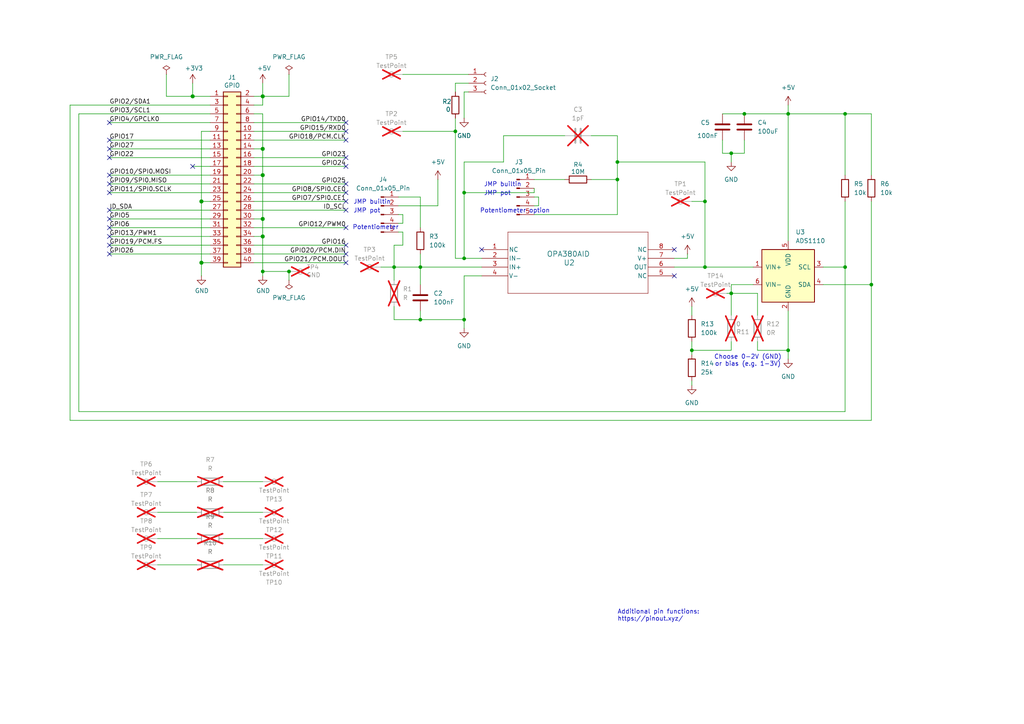
<source format=kicad_sch>
(kicad_sch (version 20250114) (generator "eeschema") (generator_version "9.0")
  (paper "A4")
  (title_block (date "15 nov 2012"))
  (lib_symbols
    (symbol "Analog_ADC:ADS1110" (pin_names (offset 1.016))
      (property "Reference" "U" (at -7.62 8.89 0))
      (property "Value" "ADS1110" (at 1.27 8.89 0))
      (symbol "ADS1110_0_1"
        (rectangle (start -7.62 7.62) (end 7.62 -7.62) (stroke (width 0.254)) (fill (type background)))
      )
      (symbol "ADS1110_1_1"
        (pin input line (at -10.16 2.54 0) (length 2.54) (name "VIN+") (number "1"))
        (pin input line (at -10.16 -2.54 0) (length 2.54) (name "VIN-") (number "6"))
        (pin power_in line (at 0 10.16 270) (length 2.54) (name "VDD") (number "5"))
        (pin power_in line (at 0 -10.16 90) (length 2.54) (name "GND") (number "2"))
        (pin input line (at 10.16 2.54 180) (length 2.54) (name "SCL") (number "3"))
        (pin bidirectional line (at 10.16 -2.54 180) (length 2.54) (name "SDA") (number "4"))
      )
    )
    (symbol "Connector:Conn_01x03_Socket" (pin_names (offset 1.016) (hide yes))
      (property "Reference" "J" (at 0 5.08 0))
      (property "Value" "Conn_01x03_Socket" (at 0 -5.08 0))
      (symbol "Conn_01x03_Socket_1_1"
        (polyline (pts (xy -1.27 2.54) (xy -0.508 2.54)) (stroke (width 0.1524)))
        (polyline (pts (xy -1.27 0) (xy -0.508 0)) (stroke (width 0.1524)))
        (polyline (pts (xy -1.27 -2.54) (xy -0.508 -2.54)) (stroke (width 0.1524)))
        (arc (start 0 2.032) (mid -0.5058 2.54) (end 0 3.048) (stroke (width 0.1524)))
        (arc (start 0 -0.508) (mid -0.5058 0) (end 0 0.508) (stroke (width 0.1524)))
        (arc (start 0 -3.048) (mid -0.5058 -2.54) (end 0 -2.032) (stroke (width 0.1524)))
        (pin passive line (at -5.08 2.54 0) (length 3.81) (name "Pin_1") (number "1"))
        (pin passive line (at -5.08 0 0) (length 3.81) (name "Pin_2") (number "2"))
        (pin passive line (at -5.08 -2.54 0) (length 3.81) (name "Pin_3") (number "3"))
      )
    )
    (symbol "Connector:Conn_01x05_Pin" (pin_names (offset 1.016) (hide yes))
      (property "Reference" "J" (at 0 7.62 0))
      (property "Value" "Conn_01x05_Pin" (at 0 -7.62 0))
      (symbol "Conn_01x05_Pin_1_1"
        (rectangle (start 0.8636 5.207) (end 0 4.953) (stroke (width 0.1524)) (fill (type outline)))
        (rectangle (start 0.8636 2.667) (end 0 2.413) (stroke (width 0.1524)) (fill (type outline)))
        (rectangle (start 0.8636 0.127) (end 0 -0.127) (stroke (width 0.1524)) (fill (type outline)))
        (rectangle (start 0.8636 -2.413) (end 0 -2.667) (stroke (width 0.1524)) (fill (type outline)))
        (rectangle (start 0.8636 -4.953) (end 0 -5.207) (stroke (width 0.1524)) (fill (type outline)))
        (polyline (pts (xy 1.27 5.08) (xy 0.8636 5.08)) (stroke (width 0.1524)))
        (polyline (pts (xy 1.27 2.54) (xy 0.8636 2.54)) (stroke (width 0.1524)))
        (polyline (pts (xy 1.27 0) (xy 0.8636 0)) (stroke (width 0.1524)))
        (polyline (pts (xy 1.27 -2.54) (xy 0.8636 -2.54)) (stroke (width 0.1524)))
        (polyline (pts (xy 1.27 -5.08) (xy 0.8636 -5.08)) (stroke (width 0.1524)))
        (pin passive line (at 5.08 5.08 180) (length 3.81) (name "Pin_1") (number "1"))
        (pin passive line (at 5.08 2.54 180) (length 3.81) (name "Pin_2") (number "2"))
        (pin passive line (at 5.08 0 180) (length 3.81) (name "Pin_3") (number "3"))
        (pin passive line (at 5.08 -2.54 180) (length 3.81) (name "Pin_4") (number "4"))
        (pin passive line (at 5.08 -5.08 180) (length 3.81) (name "Pin_5") (number "5"))
      )
    )
    (symbol "Connector:TestPoint" (pin_numbers (hide yes)) (pin_names (offset 0.762) (hide yes))
      (property "Reference" "TP" (at 0 6.858 0))
      (property "Value" "TestPoint" (at 0 5.08 0))
      (symbol "TestPoint_0_1"
        (circle (center 0 3.302) (radius 0.762))
      )
      (symbol "TestPoint_1_1"
        (pin passive line (at 0 0 90) (length 2.54) (name "1") (number "1"))
      )
    )
    (symbol "Connector_Generic:Conn_02x20_Odd_Even" (pin_names (offset 1.016) (hide yes))
      (property "Reference" "J" (at 1.27 25.4 0))
      (property "Value" "Conn_02x20_Odd_Even" (at 1.27 -27.94 0))
      (symbol "Conn_02x20_Odd_Even_1_1"
        (rectangle (start -1.27 24.13) (end 3.81 -26.67) (stroke (width 0.254)) (fill (type background)))
        (rectangle (start -1.27 22.987) (end 0 22.733) (stroke (width 0.1524)))
        (rectangle (start -1.27 20.447) (end 0 20.193) (stroke (width 0.1524)))
        (rectangle (start -1.27 17.907) (end 0 17.653) (stroke (width 0.1524)))
        (rectangle (start -1.27 15.367) (end 0 15.113) (stroke (width 0.1524)))
        (rectangle (start -1.27 12.827) (end 0 12.573) (stroke (width 0.1524)))
        (rectangle (start -1.27 10.287) (end 0 10.033) (stroke (width 0.1524)))
        (rectangle (start -1.27 7.747) (end 0 7.493) (stroke (width 0.1524)))
        (rectangle (start -1.27 5.207) (end 0 4.953) (stroke (width 0.1524)))
        (rectangle (start -1.27 2.667) (end 0 2.413) (stroke (width 0.1524)))
        (rectangle (start -1.27 0.127) (end 0 -0.127) (stroke (width 0.1524)))
        (rectangle (start -1.27 -2.413) (end 0 -2.667) (stroke (width 0.1524)))
        (rectangle (start -1.27 -4.953) (end 0 -5.207) (stroke (width 0.1524)))
        (rectangle (start -1.27 -7.493) (end 0 -7.747) (stroke (width 0.1524)))
        (rectangle (start -1.27 -10.033) (end 0 -10.287) (stroke (width 0.1524)))
        (rectangle (start -1.27 -12.573) (end 0 -12.827) (stroke (width 0.1524)))
        (rectangle (start -1.27 -15.113) (end 0 -15.367) (stroke (width 0.1524)))
        (rectangle (start -1.27 -17.653) (end 0 -17.907) (stroke (width 0.1524)))
        (rectangle (start -1.27 -20.193) (end 0 -20.447) (stroke (width 0.1524)))
        (rectangle (start -1.27 -22.733) (end 0 -22.987) (stroke (width 0.1524)))
        (rectangle (start -1.27 -25.273) (end 0 -25.527) (stroke (width 0.1524)))
        (rectangle (start 3.81 22.987) (end 2.54 22.733) (stroke (width 0.1524)))
        (rectangle (start 3.81 20.447) (end 2.54 20.193) (stroke (width 0.1524)))
        (rectangle (start 3.81 17.907) (end 2.54 17.653) (stroke (width 0.1524)))
        (rectangle (start 3.81 15.367) (end 2.54 15.113) (stroke (width 0.1524)))
        (rectangle (start 3.81 12.827) (end 2.54 12.573) (stroke (width 0.1524)))
        (rectangle (start 3.81 10.287) (end 2.54 10.033) (stroke (width 0.1524)))
        (rectangle (start 3.81 7.747) (end 2.54 7.493) (stroke (width 0.1524)))
        (rectangle (start 3.81 5.207) (end 2.54 4.953) (stroke (width 0.1524)))
        (rectangle (start 3.81 2.667) (end 2.54 2.413) (stroke (width 0.1524)))
        (rectangle (start 3.81 0.127) (end 2.54 -0.127) (stroke (width 0.1524)))
        (rectangle (start 3.81 -2.413) (end 2.54 -2.667) (stroke (width 0.1524)))
        (rectangle (start 3.81 -4.953) (end 2.54 -5.207) (stroke (width 0.1524)))
        (rectangle (start 3.81 -7.493) (end 2.54 -7.747) (stroke (width 0.1524)))
        (rectangle (start 3.81 -10.033) (end 2.54 -10.287) (stroke (width 0.1524)))
        (rectangle (start 3.81 -12.573) (end 2.54 -12.827) (stroke (width 0.1524)))
        (rectangle (start 3.81 -15.113) (end 2.54 -15.367) (stroke (width 0.1524)))
        (rectangle (start 3.81 -17.653) (end 2.54 -17.907) (stroke (width 0.1524)))
        (rectangle (start 3.81 -20.193) (end 2.54 -20.447) (stroke (width 0.1524)))
        (rectangle (start 3.81 -22.733) (end 2.54 -22.987) (stroke (width 0.1524)))
        (rectangle (start 3.81 -25.273) (end 2.54 -25.527) (stroke (width 0.1524)))
        (pin passive line (at -5.08 22.86 0) (length 3.81) (name "Pin_1") (number "1"))
        (pin passive line (at -5.08 20.32 0) (length 3.81) (name "Pin_3") (number "3"))
        (pin passive line (at -5.08 17.78 0) (length 3.81) (name "Pin_5") (number "5"))
        (pin passive line (at -5.08 15.24 0) (length 3.81) (name "Pin_7") (number "7"))
        (pin passive line (at -5.08 12.7 0) (length 3.81) (name "Pin_9") (number "9"))
        (pin passive line (at -5.08 10.16 0) (length 3.81) (name "Pin_11") (number "11"))
        (pin passive line (at -5.08 7.62 0) (length 3.81) (name "Pin_13") (number "13"))
        (pin passive line (at -5.08 5.08 0) (length 3.81) (name "Pin_15") (number "15"))
        (pin passive line (at -5.08 2.54 0) (length 3.81) (name "Pin_17") (number "17"))
        (pin passive line (at -5.08 0 0) (length 3.81) (name "Pin_19") (number "19"))
        (pin passive line (at -5.08 -2.54 0) (length 3.81) (name "Pin_21") (number "21"))
        (pin passive line (at -5.08 -5.08 0) (length 3.81) (name "Pin_23") (number "23"))
        (pin passive line (at -5.08 -7.62 0) (length 3.81) (name "Pin_25") (number "25"))
        (pin passive line (at -5.08 -10.16 0) (length 3.81) (name "Pin_27") (number "27"))
        (pin passive line (at -5.08 -12.7 0) (length 3.81) (name "Pin_29") (number "29"))
        (pin passive line (at -5.08 -15.24 0) (length 3.81) (name "Pin_31") (number "31"))
        (pin passive line (at -5.08 -17.78 0) (length 3.81) (name "Pin_33") (number "33"))
        (pin passive line (at -5.08 -20.32 0) (length 3.81) (name "Pin_35") (number "35"))
        (pin passive line (at -5.08 -22.86 0) (length 3.81) (name "Pin_37") (number "37"))
        (pin passive line (at -5.08 -25.4 0) (length 3.81) (name "Pin_39") (number "39"))
        (pin passive line (at 7.62 22.86 180) (length 3.81) (name "Pin_2") (number "2"))
        (pin passive line (at 7.62 20.32 180) (length 3.81) (name "Pin_4") (number "4"))
        (pin passive line (at 7.62 17.78 180) (length 3.81) (name "Pin_6") (number "6"))
        (pin passive line (at 7.62 15.24 180) (length 3.81) (name "Pin_8") (number "8"))
        (pin passive line (at 7.62 12.7 180) (length 3.81) (name "Pin_10") (number "10"))
        (pin passive line (at 7.62 10.16 180) (length 3.81) (name "Pin_12") (number "12"))
        (pin passive line (at 7.62 7.62 180) (length 3.81) (name "Pin_14") (number "14"))
        (pin passive line (at 7.62 5.08 180) (length 3.81) (name "Pin_16") (number "16"))
        (pin passive line (at 7.62 2.54 180) (length 3.81) (name "Pin_18") (number "18"))
        (pin passive line (at 7.62 0 180) (length 3.81) (name "Pin_20") (number "20"))
        (pin passive line (at 7.62 -2.54 180) (length 3.81) (name "Pin_22") (number "22"))
        (pin passive line (at 7.62 -5.08 180) (length 3.81) (name "Pin_24") (number "24"))
        (pin passive line (at 7.62 -7.62 180) (length 3.81) (name "Pin_26") (number "26"))
        (pin passive line (at 7.62 -10.16 180) (length 3.81) (name "Pin_28") (number "28"))
        (pin passive line (at 7.62 -12.7 180) (length 3.81) (name "Pin_30") (number "30"))
        (pin passive line (at 7.62 -15.24 180) (length 3.81) (name "Pin_32") (number "32"))
        (pin passive line (at 7.62 -17.78 180) (length 3.81) (name "Pin_34") (number "34"))
        (pin passive line (at 7.62 -20.32 180) (length 3.81) (name "Pin_36") (number "36"))
        (pin passive line (at 7.62 -22.86 180) (length 3.81) (name "Pin_38") (number "38"))
        (pin passive line (at 7.62 -25.4 180) (length 3.81) (name "Pin_40") (number "40"))
      )
    )
    (symbol "Device:C" (pin_numbers (hide yes)) (pin_names (offset 0.254))
      (property "Reference" "C" (at 0.635 2.54 0))
      (property "Value" "C" (at 0.635 -2.54 0))
      (symbol "C_0_1"
        (polyline (pts (xy -2.032 0.762) (xy 2.032 0.762)) (stroke (width 0.508)))
        (polyline (pts (xy -2.032 -0.762) (xy 2.032 -0.762)) (stroke (width 0.508)))
      )
      (symbol "C_1_1"
        (pin passive line (at 0 3.81 270) (length 2.794) (name "~") (number "1"))
        (pin passive line (at 0 -3.81 90) (length 2.794) (name "~") (number "2"))
      )
    )
    (symbol "Device:R" (pin_numbers (hide yes)) (pin_names (offset 0))
      (property "Reference" "R" (at 2.032 0 90))
      (property "Value" "R" (at 0 0 90))
      (symbol "R_0_1"
        (rectangle (start -1.016 -2.54) (end 1.016 2.54) (stroke (width 0.254)))
      )
      (symbol "R_1_1"
        (pin passive line (at 0 3.81 270) (length 1.27) (name "~") (number "1"))
        (pin passive line (at 0 -3.81 90) (length 1.27) (name "~") (number "2"))
      )
    )
    (symbol "OPA830:OPA380AID" (pin_names (offset 0.254))
      (property "Reference" "U" (at 27.94 10.16 0))
      (property "Value" "OPA380AID" (at 27.94 7.62 0))
      (symbol "OPA380AID_0_1"
        (polyline (pts (xy 7.62 5.08) (xy 7.62 -12.7)) (stroke (width 0.127)))
        (polyline (pts (xy 7.62 -12.7) (xy 48.26 -12.7)) (stroke (width 0.127)))
        (polyline (pts (xy 48.26 5.08) (xy 7.62 5.08)) (stroke (width 0.127)))
        (polyline (pts (xy 48.26 -12.7) (xy 48.26 5.08)) (stroke (width 0.127)))
        (pin unspecified line (at 0 0 0) (length 7.62) (name "NC") (number "1"))
        (pin input line (at 0 -2.54 0) (length 7.62) (name "IN-") (number "2"))
        (pin input line (at 0 -5.08 0) (length 7.62) (name "IN+") (number "3"))
        (pin power_in line (at 0 -7.62 0) (length 7.62) (name "V-") (number "4"))
        (pin unspecified line (at 55.88 0 180) (length 7.62) (name "NC") (number "8"))
        (pin power_in line (at 55.88 -2.54 180) (length 7.62) (name "V+") (number "7"))
        (pin output line (at 55.88 -5.08 180) (length 7.62) (name "OUT") (number "6"))
        (pin unspecified line (at 55.88 -7.62 180) (length 7.62) (name "NC") (number "5"))
      )
    )
    (symbol "power:+3.3V" (power) (pin_numbers (hide yes)) (pin_names (offset 0) (hide yes))
      (property "Value" "+3.3V" (at 0 3.556 0))
      (symbol "+3.3V_0_1"
        (polyline (pts (xy -0.762 1.27) (xy 0 2.54)))
        (polyline (pts (xy 0 2.54) (xy 0.762 1.27)))
        (polyline (pts (xy 0 0) (xy 0 2.54)))
      )
      (symbol "+3.3V_1_1"
        (pin power_in line (at 0 0 90) (length 0) (name "~") (number "1"))
      )
    )
    (symbol "power:+5V" (power) (pin_numbers (hide yes)) (pin_names (offset 0) (hide yes))
      (property "Value" "+5V" (at 0 3.556 0))
      (symbol "+5V_0_1"
        (polyline (pts (xy -0.762 1.27) (xy 0 2.54)))
        (polyline (pts (xy 0 2.54) (xy 0.762 1.27)))
        (polyline (pts (xy 0 0) (xy 0 2.54)))
      )
      (symbol "+5V_1_1"
        (pin power_in line (at 0 0 90) (length 0) (name "~") (number "1"))
      )
    )
    (symbol "power:GND" (power) (pin_numbers (hide yes)) (pin_names (offset 0) (hide yes))
      (property "Value" "GND" (at 0 -3.81 0))
      (symbol "GND_0_1"
        (polyline (pts (xy 0 0) (xy 0 -1.27) (xy 1.27 -1.27) (xy 0 -2.54) (xy -1.27 -1.27) (xy 0 -1.27)))
      )
      (symbol "GND_1_1"
        (pin power_in line (at 0 0 270) (length 0) (name "~") (number "1"))
      )
    )
    (symbol "power:PWR_FLAG" (power) (pin_numbers (hide yes)) (pin_names (offset 0) (hide yes))
      (property "Value" "PWR_FLAG" (at 0 3.81 0))
      (symbol "PWR_FLAG_0_0"
        (pin power_out line (at 0 0 90) (length 0) (name "~") (number "1"))
      )
      (symbol "PWR_FLAG_0_1"
        (polyline (pts (xy 0 0) (xy 0 1.27) (xy -1.016 1.905) (xy 0 2.54) (xy 1.016 1.905) (xy 0 1.27)))
      )
    )
  )
  (text "JMP pot" (at 106.426 61.214 0) (effects (font (size 1.27 1.27))))
  (text "Potentiometer" (at 108.966 66.04 0) (effects (font (size 1.27 1.27))))
  (text "Choose 0-2V (GND)\nor bias (e.g. 1-3V)" (at 216.916 104.648 0) (effects (font (size 1.27 1.27))))
  (text "Potentiometer option" (at 149.352 61.214 0) (effects (font (size 1.27 1.27))))
  (text "JMP pot" (at 144.272 56.134 0) (effects (font (size 1.27 1.27))))
  (text "JMP builtin" (at 145.796 53.594 0) (effects (font (size 1.27 1.27))))
  (text "Additional pin functions:\nhttps://pinout.xyz/" (at 179.07 180.34 0) (effects (font (size 1.27 1.27)) (justify left bottom)))
  (text "JMP builtin" (at 107.95 58.674 0) (effects (font (size 1.27 1.27))))
  (junction (at 245.11 77.47))
  (junction (at 76.2 63.5) (diameter 1.016))
  (junction (at 55.88 27.94) (diameter 1.016))
  (junction (at 200.66 101.6))
  (junction (at 228.6 33.02))
  (junction (at 76.2 68.58) (diameter 1.016))
  (junction (at 245.11 33.02))
  (junction (at 179.07 46.99))
  (junction (at 134.62 74.93))
  (junction (at 204.47 77.47))
  (junction (at 58.42 58.42) (diameter 1.016))
  (junction (at 134.62 92.71))
  (junction (at 252.73 82.55))
  (junction (at 212.09 85.09))
  (junction (at 132.08 38.1))
  (junction (at 76.2 50.8) (diameter 1.016))
  (junction (at 121.92 92.71))
  (junction (at 204.47 58.42))
  (junction (at 76.2 43.18) (diameter 1.016))
  (junction (at 134.62 55.88))
  (junction (at 179.07 52.07))
  (junction (at 215.9 33.02))
  (junction (at 212.09 44.45))
  (junction (at 76.2 78.74))
  (junction (at 83.82 78.74))
  (junction (at 114.3 77.47))
  (junction (at 58.42 76.2) (diameter 1.016))
  (junction (at 121.92 77.47))
  (junction (at 76.2 27.94) (diameter 1.016))
  (junction (at 228.6 101.6))
  (no_connect (at 100.33 40.64))
  (no_connect (at 31.75 45.72))
  (no_connect (at 100.33 35.56))
  (no_connect (at 139.7 72.39))
  (no_connect (at 100.33 76.2))
  (no_connect (at 31.75 35.56))
  (no_connect (at 100.33 73.66))
  (no_connect (at 195.58 80.01))
  (no_connect (at 31.75 73.66))
  (no_connect (at 100.33 45.72))
  (no_connect (at 31.75 50.8))
  (no_connect (at 31.75 53.34))
  (no_connect (at 31.75 60.96))
  (no_connect (at 100.33 38.1))
  (no_connect (at 31.75 63.5))
  (no_connect (at 100.33 48.26))
  (no_connect (at 31.75 55.88))
  (no_connect (at 100.33 53.34))
  (no_connect (at 100.33 60.96))
  (no_connect (at 31.75 68.58))
  (no_connect (at 31.75 66.04))
  (no_connect (at 100.33 55.88))
  (no_connect (at 195.58 72.39))
  (no_connect (at 100.33 66.04))
  (no_connect (at 100.33 58.42))
  (no_connect (at 31.75 43.18))
  (no_connect (at 31.75 71.12))
  (no_connect (at 100.33 71.12))
  (no_connect (at 31.75 40.64))
  (no_connect (at 55.88 48.26))
  (wire (pts (xy 58.42 58.42) (xy 58.42 76.2)))
  (wire (pts (xy 73.66 58.42) (xy 100.33 58.42)))
  (wire (pts (xy 83.82 78.74) (xy 83.82 81.28)))
  (wire (pts (xy 132.08 24.13) (xy 132.08 26.67)))
  (wire (pts (xy 60.96 40.64) (xy 31.75 40.64)))
  (wire (pts (xy 200.66 88.9) (xy 200.66 91.44)))
  (wire (pts (xy 245.11 58.42) (xy 245.11 77.47)))
  (wire (pts (xy 179.07 39.37) (xy 179.07 46.99)))
  (wire (pts (xy 212.09 82.55) (xy 212.09 85.09)))
  (wire (pts (xy 76.2 33.02) (xy 76.2 43.18)))
  (wire (pts (xy 116.84 67.31) (xy 115.57 67.31)))
  (wire (pts (xy 76.2 50.8) (xy 73.66 50.8)))
  (wire (pts (xy 20.32 30.48) (xy 60.96 30.48)))
  (wire (pts (xy 45.72 163.83) (xy 57.15 163.83)))
  (wire (pts (xy 64.77 139.7) (xy 76.2 139.7)))
  (wire (pts (xy 76.2 63.5) (xy 76.2 68.58)))
  (wire (pts (xy 215.9 33.02) (xy 209.55 33.02)))
  (wire (pts (xy 156.21 57.15) (xy 156.21 59.69)))
  (wire (pts (xy 209.55 44.45) (xy 212.09 44.45)))
  (wire (pts (xy 134.62 92.71) (xy 134.62 95.25)))
  (wire (pts (xy 132.08 24.13) (xy 135.89 24.13)))
  (wire (pts (xy 200.66 99.06) (xy 200.66 101.6)))
  (wire (pts (xy 210.82 85.09) (xy 212.09 85.09)))
  (wire (pts (xy 76.2 50.8) (xy 76.2 63.5)))
  (wire (pts (xy 22.86 33.02) (xy 22.86 119.38)))
  (wire (pts (xy 73.66 35.56) (xy 100.33 35.56)))
  (wire (pts (xy 121.92 57.15) (xy 121.92 66.04)))
  (wire (pts (xy 76.2 27.94) (xy 83.82 27.94)))
  (wire (pts (xy 58.42 38.1) (xy 58.42 58.42)))
  (wire (pts (xy 200.66 58.42) (xy 204.47 58.42)))
  (wire (pts (xy 134.62 55.88) (xy 154.94 55.88)))
  (wire (pts (xy 114.3 92.71) (xy 121.92 92.71)))
  (wire (pts (xy 154.94 52.07) (xy 163.83 52.07)))
  (wire (pts (xy 121.92 57.15) (xy 115.57 57.15)))
  (wire (pts (xy 212.09 99.06) (xy 212.09 101.6)))
  (wire (pts (xy 121.92 77.47) (xy 139.7 77.47)))
  (wire (pts (xy 212.09 85.09) (xy 212.09 91.44)))
  (wire (pts (xy 228.6 33.02) (xy 228.6 69.85)))
  (wire (pts (xy 58.42 38.1) (xy 60.96 38.1)))
  (wire (pts (xy 204.47 58.42) (xy 204.47 46.99)))
  (wire (pts (xy 115.57 59.69) (xy 127 59.69)))
  (wire (pts (xy 73.66 55.88) (xy 100.33 55.88)))
  (wire (pts (xy 60.96 60.96) (xy 31.75 60.96)))
  (wire (pts (xy 31.75 63.5) (xy 60.96 63.5)))
  (wire (pts (xy 132.08 74.93) (xy 134.62 74.93)))
  (wire (pts (xy 204.47 77.47) (xy 195.58 77.47)))
  (wire (pts (xy 134.62 55.88) (xy 134.62 74.93)))
  (wire (pts (xy 200.66 101.6) (xy 200.66 102.87)))
  (wire (pts (xy 134.62 26.67) (xy 135.89 26.67)))
  (wire (pts (xy 45.72 148.59) (xy 57.15 148.59)))
  (wire (pts (xy 58.42 58.42) (xy 60.96 58.42)))
  (wire (pts (xy 132.08 34.29) (xy 132.08 38.1)))
  (wire (pts (xy 154.94 59.69) (xy 156.21 59.69)))
  (wire (pts (xy 212.09 44.45) (xy 212.09 46.99)))
  (wire (pts (xy 121.92 77.47) (xy 121.92 82.55)))
  (wire (pts (xy 73.66 45.72) (xy 100.33 45.72)))
  (wire (pts (xy 121.92 90.17) (xy 121.92 92.71)))
  (wire (pts (xy 215.9 33.02) (xy 228.6 33.02)))
  (wire (pts (xy 73.66 76.2) (xy 100.33 76.2)))
  (wire (pts (xy 58.42 76.2) (xy 58.42 80.01)))
  (wire (pts (xy 31.75 43.18) (xy 60.96 43.18)))
  (wire (pts (xy 64.77 163.83) (xy 76.2 163.83)))
  (wire (pts (xy 55.88 24.13) (xy 55.88 27.94)))
  (wire (pts (xy 48.26 27.94) (xy 55.88 27.94)))
  (wire (pts (xy 48.26 21.59) (xy 48.26 27.94)))
  (wire (pts (xy 146.05 39.37) (xy 146.05 46.99)))
  (wire (pts (xy 219.71 91.44) (xy 219.71 85.09)))
  (wire (pts (xy 110.49 77.47) (xy 114.3 77.47)))
  (wire (pts (xy 76.2 68.58) (xy 73.66 68.58)))
  (wire (pts (xy 116.84 21.59) (xy 135.89 21.59)))
  (wire (pts (xy 219.71 101.6) (xy 228.6 101.6)))
  (wire (pts (xy 31.75 55.88) (xy 60.96 55.88)))
  (wire (pts (xy 204.47 58.42) (xy 204.47 77.47)))
  (wire (pts (xy 116.84 62.23) (xy 116.84 64.77)))
  (wire (pts (xy 55.88 48.26) (xy 60.96 48.26)))
  (wire (pts (xy 252.73 121.92) (xy 20.32 121.92)))
  (wire (pts (xy 76.2 27.94) (xy 76.2 30.48)))
  (wire (pts (xy 212.09 82.55) (xy 218.44 82.55)))
  (wire (pts (xy 154.94 55.88) (xy 154.94 54.61)))
  (wire (pts (xy 238.76 82.55) (xy 252.73 82.55)))
  (wire (pts (xy 76.2 43.18) (xy 76.2 50.8)))
  (wire (pts (xy 73.66 40.64) (xy 100.33 40.64)))
  (wire (pts (xy 76.2 43.18) (xy 73.66 43.18)))
  (wire (pts (xy 22.86 119.38) (xy 245.11 119.38)))
  (wire (pts (xy 245.11 33.02) (xy 245.11 50.8)))
  (wire (pts (xy 76.2 24.13) (xy 76.2 27.94)))
  (wire (pts (xy 114.3 71.12) (xy 114.3 77.47)))
  (wire (pts (xy 31.75 35.56) (xy 60.96 35.56)))
  (wire (pts (xy 200.66 111.76) (xy 200.66 110.49)))
  (wire (pts (xy 73.66 27.94) (xy 76.2 27.94)))
  (wire (pts (xy 114.3 88.9) (xy 114.3 92.71)))
  (wire (pts (xy 73.66 48.26) (xy 100.33 48.26)))
  (wire (pts (xy 73.66 38.1) (xy 100.33 38.1)))
  (wire (pts (xy 245.11 33.02) (xy 228.6 33.02)))
  (wire (pts (xy 22.86 33.02) (xy 60.96 33.02)))
  (wire (pts (xy 212.09 101.6) (xy 200.66 101.6)))
  (wire (pts (xy 154.94 57.15) (xy 156.21 57.15)))
  (wire (pts (xy 228.6 30.48) (xy 228.6 33.02)))
  (wire (pts (xy 31.75 45.72) (xy 60.96 45.72)))
  (wire (pts (xy 31.75 53.34) (xy 60.96 53.34)))
  (wire (pts (xy 64.77 156.21) (xy 76.2 156.21)))
  (wire (pts (xy 114.3 77.47) (xy 121.92 77.47)))
  (wire (pts (xy 31.75 66.04) (xy 60.96 66.04)))
  (wire (pts (xy 212.09 44.45) (xy 215.9 44.45)))
  (wire (pts (xy 45.72 156.21) (xy 57.15 156.21)))
  (wire (pts (xy 76.2 30.48) (xy 73.66 30.48)))
  (wire (pts (xy 179.07 52.07) (xy 179.07 62.23)))
  (wire (pts (xy 20.32 30.48) (xy 20.32 121.92)))
  (wire (pts (xy 31.75 71.12) (xy 60.96 71.12)))
  (wire (pts (xy 73.66 71.12) (xy 100.33 71.12)))
  (wire (pts (xy 132.08 38.1) (xy 132.08 74.93)))
  (wire (pts (xy 219.71 85.09) (xy 212.09 85.09)))
  (wire (pts (xy 204.47 46.99) (xy 179.07 46.99)))
  (wire (pts (xy 73.66 66.04) (xy 100.33 66.04)))
  (wire (pts (xy 58.42 76.2) (xy 60.96 76.2)))
  (wire (pts (xy 252.73 50.8) (xy 252.73 33.02)))
  (wire (pts (xy 73.66 73.66) (xy 100.33 73.66)))
  (wire (pts (xy 76.2 78.74) (xy 83.82 78.74)))
  (wire (pts (xy 76.2 33.02) (xy 73.66 33.02)))
  (wire (pts (xy 116.84 38.1) (xy 132.08 38.1)))
  (wire (pts (xy 199.39 73.66) (xy 199.39 74.93)))
  (wire (pts (xy 134.62 46.99) (xy 134.62 55.88)))
  (wire (pts (xy 31.75 73.66) (xy 60.96 73.66)))
  (wire (pts (xy 114.3 77.47) (xy 114.3 81.28)))
  (wire (pts (xy 154.94 62.23) (xy 179.07 62.23)))
  (wire (pts (xy 209.55 44.45) (xy 209.55 40.64)))
  (wire (pts (xy 134.62 26.67) (xy 134.62 34.29)))
  (wire (pts (xy 163.83 39.37) (xy 146.05 39.37)))
  (wire (pts (xy 121.92 92.71) (xy 134.62 92.71)))
  (wire (pts (xy 228.6 90.17) (xy 228.6 101.6)))
  (wire (pts (xy 252.73 58.42) (xy 252.73 82.55)))
  (wire (pts (xy 114.3 71.12) (xy 116.84 71.12)))
  (wire (pts (xy 179.07 52.07) (xy 171.45 52.07)))
  (wire (pts (xy 252.73 82.55) (xy 252.73 121.92)))
  (wire (pts (xy 45.72 139.7) (xy 57.15 139.7)))
  (wire (pts (xy 83.82 21.59) (xy 83.82 27.94)))
  (wire (pts (xy 134.62 80.01) (xy 134.62 92.71)))
  (wire (pts (xy 76.2 68.58) (xy 76.2 78.74)))
  (wire (pts (xy 204.47 77.47) (xy 218.44 77.47)))
  (wire (pts (xy 73.66 53.34) (xy 100.33 53.34)))
  (wire (pts (xy 60.96 68.58) (xy 31.75 68.58)))
  (wire (pts (xy 127 59.69) (xy 127 52.07)))
  (wire (pts (xy 228.6 101.6) (xy 228.6 104.14)))
  (wire (pts (xy 146.05 46.99) (xy 134.62 46.99)))
  (wire (pts (xy 115.57 62.23) (xy 116.84 62.23)))
  (wire (pts (xy 252.73 33.02) (xy 245.11 33.02)))
  (wire (pts (xy 171.45 39.37) (xy 179.07 39.37)))
  (wire (pts (xy 219.71 99.06) (xy 219.71 101.6)))
  (wire (pts (xy 76.2 63.5) (xy 73.66 63.5)))
  (wire (pts (xy 116.84 64.77) (xy 115.57 64.77)))
  (wire (pts (xy 55.88 27.94) (xy 60.96 27.94)))
  (wire (pts (xy 116.84 71.12) (xy 116.84 67.31)))
  (wire (pts (xy 215.9 44.45) (xy 215.9 40.64)))
  (wire (pts (xy 134.62 74.93) (xy 139.7 74.93)))
  (wire (pts (xy 238.76 77.47) (xy 245.11 77.47)))
  (wire (pts (xy 64.77 148.59) (xy 76.2 148.59)))
  (wire (pts (xy 195.58 74.93) (xy 199.39 74.93)))
  (wire (pts (xy 245.11 119.38) (xy 245.11 77.47)))
  (wire (pts (xy 76.2 78.74) (xy 76.2 80.01)))
  (wire (pts (xy 60.96 50.8) (xy 31.75 50.8)))
  (wire (pts (xy 73.66 60.96) (xy 100.33 60.96)))
  (wire (pts (xy 121.92 77.47) (xy 121.92 73.66)))
  (wire (pts (xy 179.07 46.99) (xy 179.07 52.07)))
  (wire (pts (xy 134.62 80.01) (xy 139.7 80.01)))
  (label "ID_SDA" (at 31.75 60.96 0))
  (label "GPIO6" (at 31.75 66.04 0))
  (label "ID_SCL" (at 100.33 60.96 180))
  (label "GPIO5" (at 31.75 63.5 0))
  (label "GPIO21{slash}PCM.DOUT" (at 100.33 76.2 180))
  (label "GPIO19{slash}PCM.FS" (at 31.75 71.12 0))
  (label "GPIO10{slash}SPI0.MOSI" (at 31.75 50.8 0))
  (label "GPIO9{slash}SPI0.MISO" (at 31.75 53.34 0))
  (label "GPIO23" (at 100.33 45.72 180))
  (label "GPIO4{slash}GPCLK0" (at 31.75 35.56 0))
  (label "GPIO27" (at 31.75 43.18 0))
  (label "GPIO26" (at 31.75 73.66 0))
  (label "GPIO14{slash}TXD0" (at 100.33 35.56 180))
  (label "GPIO8{slash}SPI0.CE0" (at 100.33 55.88 180))
  (label "GPIO15{slash}RXD0" (at 100.33 38.1 180))
  (label "GPIO16" (at 100.33 71.12 180))
  (label "GPIO22" (at 31.75 45.72 0))
  (label "GPIO2{slash}SDA1" (at 31.75 30.48 0))
  (label "GPIO17" (at 31.75 40.64 0))
  (label "GPIO25" (at 100.33 53.34 180))
  (label "GPIO3{slash}SCL1" (at 31.75 33.02 0))
  (label "GPIO18{slash}PCM.CLK" (at 100.33 40.64 180))
  (label "GPIO12{slash}PWM0" (at 100.33 66.04 180))
  (label "GPIO13{slash}PWM1" (at 31.75 68.58 0))
  (label "GPIO20{slash}PCM.DIN" (at 100.33 73.66 180))
  (label "GPIO24" (at 100.33 48.26 180))
  (label "GPIO7{slash}SPI0.CE1" (at 100.33 58.42 180))
  (label "GPIO11{slash}SPI0.SCLK" (at 31.75 55.88 0))
  (symbol (lib_id "power:+5V") (at 76.2 24.13 0) (unit 1)
    (property "Reference" "#PWR01" (effects (hide yes)))
    (property "Value" "+5V" (at 76.5683 19.8056 0))
    (property "Description" "Power symbol creates a global label with name \"+5V\"" (effects (hide yes)))
  )
  (symbol (lib_id "power:+3.3V") (at 55.88 24.13 0) (unit 1)
    (property "Reference" "#PWR04" (effects (hide yes)))
    (property "Value" "+3V3" (at 56.2483 19.8056 0))
    (property "Description" "Power symbol creates a global label with name \"+3.3V\"" (effects (hide yes)))
  )
  (symbol (lib_id "power:GND") (at 76.2 80.01 0) (unit 1)
    (property "Reference" "#PWR02" (effects (hide yes)))
    (property "Value" "GND" (at 76.3143 84.3344 0))
    (property "Description" "Power symbol creates a global label with name \"GND\" , ground" (effects (hide yes)))
  )
  (symbol (lib_id "power:GND") (at 58.42 80.01 0) (unit 1)
    (property "Reference" "#PWR03" (effects (hide yes)))
    (property "Value" "GND" (at 58.5343 84.3344 0))
    (property "Description" "Power symbol creates a global label with name \"GND\" , ground" (effects (hide yes)))
  )
  (symbol (lib_id "Connector_Generic:Conn_02x20_Odd_Even") (at 66.04 50.8 0) (unit 1)
    (property "Reference" "J1" (at 67.31 22.4598 0))
    (property "Value" "GPIO" (at 67.31 24.765 0))
    (property "Footprint" "Connector_PinSocket_2.54mm:PinSocket_2x20_P2.54mm_Vertical" (effects (hide yes)))
    (property "Description" "Generic connector, double row, 02x20, odd/even pin numbering scheme (row 1 odd numbers, row 2 even numbers), script generated (kicad-library-utils/schlib/autogen/connector/)" (effects (hide yes)))
  )
  (symbol (lib_id "Connector:TestPoint") (at 116.84 38.1 90) (unit 1) (dnp yes)
    (property "Reference" "TP2" (at 113.538 33.02 90))
    (property "Value" "TestPoint" (at 113.538 35.56 90))
    (property "Footprint" "TestPoint:TestPoint_THTPad_2.5x2.5mm_Drill1.2mm" (effects (hide yes)))
    (property "Description" "test point" (effects (hide yes)))
  )
  (symbol (lib_id "Device:C") (at 121.92 86.36 0) (unit 1)
    (property "Reference" "C2" (at 125.73 85.0899 0) (effects (justify left)))
    (property "Value" "100nF" (at 125.73 87.6299 0) (effects (justify left)))
    (property "Footprint" "Capacitor_SMD:C_1206_3216Metric" (effects (hide yes)))
    (property "Description" "Unpolarized capacitor" (effects (hide yes)))
    (property "LCSC Part #" "C24497" (effects (hide yes)))
  )
  (symbol (lib_id "power:+5V") (at 200.66 88.9 0) (unit 1)
    (property "Reference" "#PWR012" (effects (hide yes)))
    (property "Value" "+5V" (at 200.66 83.82 0))
    (property "Description" "Power symbol creates a global label with name \"+5V\"" (effects (hide yes)))
  )
  (symbol (lib_id "Device:R") (at 219.71 95.25 180) (unit 1) (dnp yes)
    (property "Reference" "R12" (at 222.25 93.9799 0) (effects (justify right)))
    (property "Value" "0R" (at 222.25 96.5199 0) (effects (justify right)))
    (property "Footprint" "Resistor_THT:R_Axial_DIN0207_L6.3mm_D2.5mm_P2.54mm_Vertical" (effects (hide yes)))
    (property "Description" "Resistor" (effects (hide yes)))
  )
  (symbol (lib_id "power:GND") (at 228.6 104.14 0) (unit 1)
    (property "Reference" "#PWR05" (effects (hide yes)))
    (property "Value" "GND" (at 228.6 109.22 0))
    (property "Description" "Power symbol creates a global label with name \"GND\" , ground" (effects (hide yes)))
  )
  (symbol (lib_id "Device:C") (at 167.64 39.37 90) (unit 1) (dnp yes)
    (property "Reference" "C3" (at 167.64 31.75 90))
    (property "Value" "1pF" (at 167.64 34.29 90))
    (property "Footprint" "Capacitor_THT:C_Disc_D3.8mm_W2.6mm_P2.50mm" (effects (hide yes)))
    (property "Description" "Unpolarized capacitor" (effects (hide yes)))
    (property "LCSC Part #" "C1786" (effects (hide yes)))
  )
  (symbol (lib_id "Connector:TestPoint") (at 110.49 77.47 90) (unit 1) (dnp yes)
    (property "Reference" "TP3" (at 107.188 72.39 90))
    (property "Value" "TestPoint" (at 107.188 74.93 90))
    (property "Footprint" "TestPoint:TestPoint_THTPad_2.5x2.5mm_Drill1.2mm" (effects (hide yes)))
    (property "Description" "test point" (effects (hide yes)))
  )
  (symbol (lib_id "Device:C") (at 215.9 36.83 0) (unit 1)
    (property "Reference" "C4" (at 219.71 35.5599 0) (effects (justify left)))
    (property "Value" "100uF" (at 219.71 38.0999 0) (effects (justify left)))
    (property "Footprint" "Capacitor_SMD:C_1206_3216Metric" (effects (hide yes)))
    (property "Description" "Unpolarized capacitor" (effects (hide yes)))
    (property "LCSC Part #" "C15008" (effects (hide yes)))
  )
  (symbol (lib_id "Device:R") (at 60.96 163.83 90) (unit 1) (dnp yes)
    (property "Reference" "R10" (at 60.96 157.48 90))
    (property "Value" "R" (at 60.96 160.02 90))
    (property "Footprint" "Resistor_THT:R_Axial_DIN0207_L6.3mm_D2.5mm_P10.16mm_Horizontal" (effects (hide yes)))
    (property "Description" "Resistor" (effects (hide yes)))
  )
  (symbol (lib_id "Connector:TestPoint") (at 45.72 148.59 90) (unit 1) (dnp yes)
    (property "Reference" "TP7" (at 42.418 143.51 90))
    (property "Value" "TestPoint" (at 42.418 146.05 90))
    (property "Footprint" "TestPoint:TestPoint_THTPad_2.5x2.5mm_Drill1.2mm" (effects (hide yes)))
    (property "Description" "test point" (effects (hide yes)))
  )
  (symbol (lib_id "Device:R") (at 252.73 54.61 180) (unit 1)
    (property "Reference" "R6" (at 255.27 53.3399 0) (effects (justify right)))
    (property "Value" "10k" (at 255.27 55.8799 0) (effects (justify right)))
    (property "Footprint" "Resistor_SMD:R_0805_2012Metric" (effects (hide yes)))
    (property "Description" "Resistor" (effects (hide yes)))
    (property "LCSC Part #" "C17414" (effects (hide yes)))
  )
  (symbol (lib_id "Connector:TestPoint") (at 76.2 163.83 270) (unit 1) (dnp yes)
    (property "Reference" "TP10" (at 79.502 168.91 90))
    (property "Value" "TestPoint" (at 79.502 166.37 90))
    (property "Footprint" "TestPoint:TestPoint_THTPad_2.5x2.5mm_Drill1.2mm" (effects (hide yes)))
    (property "Description" "test point" (effects (hide yes)))
  )
  (symbol (lib_id "Device:R") (at 212.09 95.25 180) (unit 1) (dnp yes)
    (property "Reference" "R11" (at 217.424 96.266 0) (effects (justify left)))
    (property "Value" "0" (at 214.884 93.98 0) (effects (justify left)))
    (property "Footprint" "Resistor_THT:R_Axial_DIN0207_L6.3mm_D2.5mm_P2.54mm_Vertical" (effects (hide yes)))
    (property "Description" "Resistor" (effects (hide yes)))
    (property "LCSC Part #" "C17888" (effects (hide yes)))
  )
  (symbol (lib_id "Device:R") (at 60.96 148.59 90) (unit 1) (dnp yes)
    (property "Reference" "R8" (at 60.96 142.24 90))
    (property "Value" "R" (at 60.96 144.78 90))
    (property "Footprint" "Resistor_THT:R_Axial_DIN0207_L6.3mm_D2.5mm_P10.16mm_Horizontal" (effects (hide yes)))
    (property "Description" "Resistor" (effects (hide yes)))
  )
  (symbol (lib_id "Connector:TestPoint") (at 210.82 85.09 90) (unit 1) (dnp yes)
    (property "Reference" "TP14" (at 207.518 80.01 90))
    (property "Value" "TestPoint" (at 207.518 82.55 90))
    (property "Footprint" "TestPoint:TestPoint_THTPad_2.5x2.5mm_Drill1.2mm" (effects (hide yes)))
    (property "Description" "test point" (effects (hide yes)))
  )
  (symbol (lib_id "Analog_ADC:ADS1110") (at 228.6 80.01 0) (unit 1)
    (property "Reference" "U3" (at 230.7433 67.31 0) (effects (justify left)))
    (property "Value" "ADS1110" (at 230.7433 69.85 0) (effects (justify left)))
    (property "Footprint" "Package_TO_SOT_SMD:SOT-23-6" (effects (hide yes)))
    (property "Datasheet" "http://www.ti.com/lit/ds/symlink/ads1110.pdf" (effects (hide yes)))
    (property "Description" "16 Bit Analog to Digital converter with on board reference" (effects (hide yes)))
    (property "LCSC Part #" "C16598 " (effects (hide yes)))
  )
  (symbol (lib_id "Device:R") (at 60.96 156.21 90) (unit 1) (dnp yes)
    (property "Reference" "R9" (at 60.96 149.86 90))
    (property "Value" "R" (at 60.96 152.4 90))
    (property "Footprint" "Resistor_THT:R_Axial_DIN0207_L6.3mm_D2.5mm_P10.16mm_Horizontal" (effects (hide yes)))
    (property "Description" "Resistor" (effects (hide yes)))
  )
  (symbol (lib_id "Connector:TestPoint") (at 83.82 78.74 270) (unit 1) (dnp yes)
    (property "Reference" "TP4" (at 88.9 77.4699 90) (effects (justify left)))
    (property "Value" "GND" (at 88.9 79.756 90) (effects (justify left)))
    (property "Footprint" "TestPoint:TestPoint_THTPad_2.5x2.5mm_Drill1.2mm" (effects (hide yes)))
    (property "Description" "test point" (effects (hide yes)))
  )
  (symbol (lib_id "Connector:TestPoint") (at 76.2 148.59 270) (unit 1) (dnp yes)
    (property "Reference" "TP12" (at 79.502 153.67 90))
    (property "Value" "TestPoint" (at 79.502 151.13 90))
    (property "Footprint" "TestPoint:TestPoint_THTPad_2.5x2.5mm_Drill1.2mm" (effects (hide yes)))
    (property "Description" "test point" (effects (hide yes)))
  )
  (symbol (lib_id "Connector:TestPoint") (at 76.2 156.21 270) (unit 1) (dnp yes)
    (property "Reference" "TP11" (at 79.502 161.29 90))
    (property "Value" "TestPoint" (at 79.502 158.75 90))
    (property "Footprint" "TestPoint:TestPoint_THTPad_2.5x2.5mm_Drill1.2mm" (effects (hide yes)))
    (property "Description" "test point" (effects (hide yes)))
  )
  (symbol (lib_id "power:GND") (at 134.62 95.25 0) (unit 1)
    (property "Reference" "#PWR06" (effects (hide yes)))
    (property "Value" "GND" (at 134.62 100.33 0))
    (property "Description" "Power symbol creates a global label with name \"GND\" , ground" (effects (hide yes)))
  )
  (symbol (lib_id "power:PWR_FLAG") (at 48.26 21.59 0) (unit 1)
    (property "Reference" "#FLG02" (effects (hide yes)))
    (property "Value" "PWR_FLAG" (at 48.26 16.51 0))
    (property "Description" "Special symbol for telling ERC where power comes from" (effects (hide yes)))
  )
  (symbol (lib_id "power:+5V") (at 199.39 73.66 0) (unit 1)
    (property "Reference" "#PWR011" (effects (hide yes)))
    (property "Value" "+5V" (at 199.39 68.58 0))
    (property "Description" "Power symbol creates a global label with name \"+5V\"" (effects (hide yes)))
  )
  (symbol (lib_id "Device:R") (at 245.11 54.61 180) (unit 1)
    (property "Reference" "R5" (at 247.65 53.3399 0) (effects (justify right)))
    (property "Value" "10k" (at 247.65 55.8799 0) (effects (justify right)))
    (property "Footprint" "Resistor_SMD:R_0805_2012Metric" (effects (hide yes)))
    (property "Description" "Resistor" (effects (hide yes)))
    (property "LCSC Part #" "C17414" (effects (hide yes)))
  )
  (symbol (lib_id "Connector:TestPoint") (at 76.2 139.7 270) (unit 1) (dnp yes)
    (property "Reference" "TP13" (at 79.502 144.78 90))
    (property "Value" "TestPoint" (at 79.502 142.24 90))
    (property "Footprint" "TestPoint:TestPoint_THTPad_2.5x2.5mm_Drill1.2mm" (effects (hide yes)))
    (property "Description" "test point" (effects (hide yes)))
  )
  (symbol (lib_id "Connector:Conn_01x05_Pin") (at 110.49 62.23 0) (unit 1)
    (property "Reference" "J4" (at 111.125 52.07 0))
    (property "Value" "Conn_01x05_Pin" (at 111.125 54.61 0))
    (property "Footprint" "Connector_PinHeader_2.54mm:PinHeader_1x05_P2.54mm_Vertical" (effects (hide yes)))
    (property "Description" "Generic connector, single row, 01x05, script generated" (effects (hide yes)))
    (property "LCSC Part #" "C225480" (effects (hide yes)))
  )
  (symbol (lib_id "power:PWR_FLAG") (at 83.82 21.59 0) (unit 1)
    (property "Reference" "#FLG01" (effects (hide yes)))
    (property "Value" "PWR_FLAG" (at 83.82 16.51 0))
    (property "Description" "Special symbol for telling ERC where power comes from" (effects (hide yes)))
  )
  (symbol (lib_id "Device:R") (at 200.66 95.25 180) (unit 1)
    (property "Reference" "R13" (at 203.2 93.9799 0) (effects (justify right)))
    (property "Value" "100k" (at 203.2 96.5199 0) (effects (justify right)))
    (property "Footprint" "Resistor_SMD:R_0805_2012Metric" (effects (hide yes)))
    (property "Description" "Resistor" (effects (hide yes)))
    (property "LCSC Part #" "C17414" (effects (hide yes)))
  )
  (symbol (lib_id "Connector:TestPoint") (at 200.66 58.42 90) (unit 1) (dnp yes)
    (property "Reference" "TP1" (at 197.358 53.34 90))
    (property "Value" "TestPoint" (at 197.358 55.88 90))
    (property "Footprint" "TestPoint:TestPoint_THTPad_2.5x2.5mm_Drill1.2mm" (effects (hide yes)))
    (property "Description" "test point" (effects (hide yes)))
  )
  (symbol (lib_id "power:GND") (at 200.66 111.76 0) (unit 1)
    (property "Reference" "#PWR013" (effects (hide yes)))
    (property "Value" "GND" (at 200.66 116.84 0))
    (property "Description" "Power symbol creates a global label with name \"GND\" , ground" (effects (hide yes)))
  )
  (symbol (lib_id "Connector:TestPoint") (at 45.72 163.83 90) (unit 1) (dnp yes)
    (property "Reference" "TP9" (at 42.418 158.75 90))
    (property "Value" "TestPoint" (at 42.418 161.29 90))
    (property "Footprint" "TestPoint:TestPoint_THTPad_2.5x2.5mm_Drill1.2mm" (effects (hide yes)))
    (property "Description" "test point" (effects (hide yes)))
  )
  (symbol (lib_id "Connector:Conn_01x05_Pin") (at 149.86 57.15 0) (unit 1)
    (property "Reference" "J3" (at 150.495 46.99 0))
    (property "Value" "Conn_01x05_Pin" (at 150.495 49.53 0))
    (property "Footprint" "Connector_PinHeader_2.54mm:PinHeader_1x05_P2.54mm_Vertical" (effects (hide yes)))
    (property "Description" "Generic connector, single row, 01x05, script generated" (effects (hide yes)))
    (property "LCSC Part #" "C225480" (effects (hide yes)))
  )
  (symbol (lib_id "Device:R") (at 132.08 30.48 0) (unit 1)
    (property "Reference" "R2" (at 128.27 29.464 0) (effects (justify left)))
    (property "Value" "0" (at 129.286 31.75 0) (effects (justify left)))
    (property "Footprint" "Resistor_SMD:R_1206_3216Metric" (effects (hide yes)))
    (property "Description" "Resistor" (effects (hide yes)))
    (property "LCSC Part #" "C17888" (effects (hide yes)))
  )
  (symbol (lib_id "power:+5V") (at 228.6 30.48 0) (unit 1)
    (property "Reference" "#PWR07" (effects (hide yes)))
    (property "Value" "+5V" (at 228.6 25.4 0))
    (property "Description" "Power symbol creates a global label with name \"+5V\"" (effects (hide yes)))
  )
  (symbol (lib_id "power:+5V") (at 127 52.07 0) (unit 1)
    (property "Reference" "#PWR09" (effects (hide yes)))
    (property "Value" "+5V" (at 127 46.99 0))
    (property "Description" "Power symbol creates a global label with name \"+5V\"" (effects (hide yes)))
  )
  (symbol (lib_id "Device:R") (at 200.66 106.68 180) (unit 1)
    (property "Reference" "R14" (at 203.2 105.4099 0) (effects (justify right)))
    (property "Value" "25k" (at 203.2 107.9499 0) (effects (justify right)))
    (property "Footprint" "Resistor_SMD:R_0805_2012Metric" (effects (hide yes)))
    (property "Description" "Resistor" (effects (hide yes)))
    (property "LCSC Part #" "C17414" (effects (hide yes)))
  )
  (symbol (lib_id "power:GND") (at 212.09 46.99 0) (unit 1)
    (property "Reference" "#PWR08" (effects (hide yes)))
    (property "Value" "GND" (at 212.09 52.07 0))
    (property "Description" "Power symbol creates a global label with name \"GND\" , ground" (effects (hide yes)))
  )
  (symbol (lib_id "Connector:TestPoint") (at 116.84 21.59 90) (unit 1) (dnp yes)
    (property "Reference" "TP5" (at 113.538 16.51 90))
    (property "Value" "TestPoint" (at 113.538 19.05 90))
    (property "Footprint" "TestPoint:TestPoint_THTPad_2.5x2.5mm_Drill1.2mm" (effects (hide yes)))
    (property "Description" "test point" (effects (hide yes)))
  )
  (symbol (lib_id "Device:C") (at 209.55 36.83 0) (unit 1)
    (property "Reference" "C5" (at 203.2 35.56 0) (effects (justify left)))
    (property "Value" "100nF" (at 202.184 39.37 0) (effects (justify left)))
    (property "Footprint" "Capacitor_SMD:C_1206_3216Metric" (effects (hide yes)))
    (property "Description" "Unpolarized capacitor" (effects (hide yes)))
    (property "LCSC Part #" "C24497" (effects (hide yes)))
  )
  (symbol (lib_id "Connector:Conn_01x03_Socket") (at 140.97 24.13 0) (unit 1)
    (property "Reference" "J2" (at 142.24 22.8599 0) (effects (justify left)))
    (property "Value" "Conn_01x02_Socket" (at 142.24 25.3999 0) (effects (justify left)))
    (property "Footprint" "Connector_PinHeader_2.54mm:PinHeader_1x03_P2.54mm_Vertical" (effects (hide yes)))
    (property "Description" "Generic connector, single row, 01x03, script generated" (effects (hide yes)))
    (property "LCSC Part #" "C5445396" (effects (hide yes)))
  )
  (symbol (lib_id "Connector:TestPoint") (at 45.72 139.7 90) (unit 1) (dnp yes)
    (property "Reference" "TP6" (at 42.418 134.62 90))
    (property "Value" "TestPoint" (at 42.418 137.16 90))
    (property "Footprint" "TestPoint:TestPoint_THTPad_2.5x2.5mm_Drill1.2mm" (effects (hide yes)))
    (property "Description" "test point" (effects (hide yes)))
  )
  (symbol (lib_id "Device:R") (at 121.92 69.85 0) (unit 1)
    (property "Reference" "R3" (at 124.46 68.5799 0) (effects (justify left)))
    (property "Value" "100k" (at 124.46 71.1199 0) (effects (justify left)))
    (property "Footprint" "Resistor_SMD:R_1206_3216Metric" (effects (hide yes)))
    (property "Description" "Resistor" (effects (hide yes)))
    (property "LCSC Part #" "C17900" (effects (hide yes)))
  )
  (symbol (lib_id "OPA830:OPA380AID") (at 139.7 72.39 0) (unit 1)
    (property "Reference" "U2" (at 165.1 76.2 0) (effects (font (size 1.524 1.524))))
    (property "Value" "OPA380AID" (at 164.846 73.66 0) (effects (font (size 1.524 1.524))))
    (property "Footprint" "OPA380:D8" (effects (hide yes)))
    (property "Datasheet" "https://www.ti.com/lit/gpn/opa380" (effects (hide yes)))
    (property "LCSC Part #" "C201677" (effects (hide yes)))
  )
  (symbol (lib_id "Device:R") (at 114.3 85.09 0) (unit 1) (dnp yes)
    (property "Reference" "R1" (at 116.84 83.8199 0) (effects (justify left)))
    (property "Value" "R" (at 116.84 86.3599 0) (effects (justify left)))
    (property "Footprint" "Resistor_THT:R_Axial_DIN0204_L3.6mm_D1.6mm_P2.54mm_Vertical" (effects (hide yes)))
    (property "Description" "Resistor" (effects (hide yes)))
  )
  (symbol (lib_id "Device:R") (at 167.64 52.07 90) (unit 1)
    (property "Reference" "R4" (at 167.64 47.752 90))
    (property "Value" "10M" (at 167.64 49.784 90))
    (property "Footprint" "Resistor_SMD:R_1206_3216Metric" (effects (hide yes)))
    (property "Description" "Resistor" (effects (hide yes)))
    (property "LCSC Part #" "C26119" (effects (hide yes)))
  )
  (symbol (lib_id "Device:R") (at 60.96 139.7 90) (unit 1) (dnp yes)
    (property "Reference" "R7" (at 60.96 133.35 90))
    (property "Value" "R" (at 60.96 135.89 90))
    (property "Footprint" "Resistor_THT:R_Axial_DIN0207_L6.3mm_D2.5mm_P10.16mm_Horizontal" (effects (hide yes)))
    (property "Description" "Resistor" (effects (hide yes)))
  )
  (symbol (lib_id "power:GND") (at 134.62 34.29 0) (unit 1)
    (property "Reference" "#PWR010" (effects (hide yes)))
    (property "Value" "GND" (at 134.62 39.37 0))
    (property "Description" "Power symbol creates a global label with name \"GND\" , ground" (effects (hide yes)))
  )
  (symbol (lib_id "Connector:TestPoint") (at 45.72 156.21 90) (unit 1) (dnp yes)
    (property "Reference" "TP8" (at 42.418 151.13 90))
    (property "Value" "TestPoint" (at 42.418 153.67 90))
    (property "Footprint" "TestPoint:TestPoint_THTPad_2.5x2.5mm_Drill1.2mm" (effects (hide yes)))
    (property "Description" "test point" (effects (hide yes)))
  )
  (symbol (lib_id "power:PWR_FLAG") (at 83.82 81.28 0) (mirror x) (unit 1)
    (property "Reference" "#FLG03" (effects (hide yes)))
    (property "Value" "PWR_FLAG" (at 83.82 86.36 0))
    (property "Description" "Special symbol for telling ERC where power comes from" (effects (hide yes)))
  )
)
</source>
